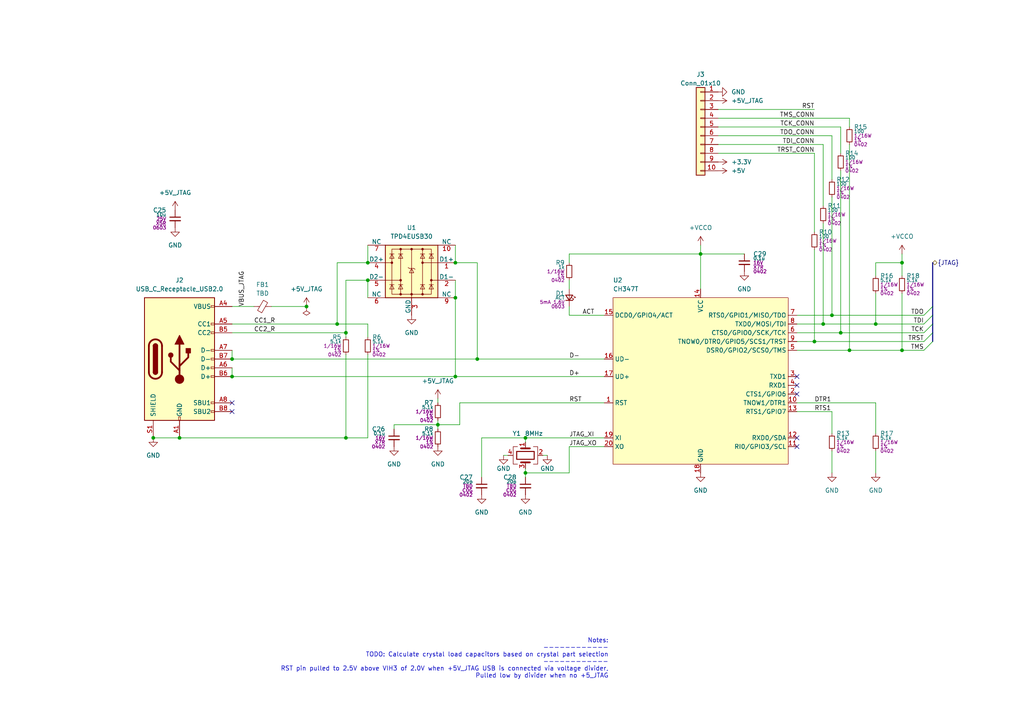
<source format=kicad_sch>
(kicad_sch (version 20230121) (generator eeschema)
  (paper "A4")
  (title_block (title "PCIeDMA") (date "2023-02-14") (rev "1"))
  (lib_symbols
    (symbol "Connector:USB_C_Receptacle_USB2.0" (pin_names (offset 1.016))
      (property "Reference" "J" (at -10.16 19.05 0))
      (property "Value" "USB_C_Receptacle_USB2.0" (at 19.05 19.05 0))
      (symbol "USB_C_Receptacle_USB2.0_0_0"
        (rectangle (start -0.254 -17.78) (end 0.254 -16.764))
        (rectangle (start 10.16 -14.986) (end 9.144 -15.494))
        (rectangle (start 10.16 -12.446) (end 9.144 -12.954))
        (rectangle (start 10.16 -4.826) (end 9.144 -5.334))
        (rectangle (start 10.16 -2.286) (end 9.144 -2.794))
        (rectangle (start 10.16 0.254) (end 9.144 -0.254))
        (rectangle (start 10.16 2.794) (end 9.144 2.286))
        (rectangle (start 10.16 7.874) (end 9.144 7.366))
        (rectangle (start 10.16 10.414) (end 9.144 9.906))
        (rectangle (start 10.16 15.494) (end 9.144 14.986))
      )
      (symbol "USB_C_Receptacle_USB2.0_0_1"
        (rectangle (start -10.16 17.78) (end 10.16 -17.78) (stroke (width 0.254)) (fill (type background)))
        (arc (start -8.89 -3.81) (mid -6.985 -5.7067) (end -5.08 -3.81) (stroke (width 0.508)))
        (arc (start -7.62 -3.81) (mid -6.985 -4.4423) (end -6.35 -3.81) (stroke (width 0.254)))
        (arc (start -7.62 -3.81) (mid -6.985 -4.4423) (end -6.35 -3.81) (stroke (width 0.254)) (fill (type outline)))
        (rectangle (start -7.62 -3.81) (end -6.35 3.81) (stroke (width 0.254)) (fill (type outline)))
        (arc (start -6.35 3.81) (mid -6.985 4.4423) (end -7.62 3.81) (stroke (width 0.254)))
        (arc (start -6.35 3.81) (mid -6.985 4.4423) (end -7.62 3.81) (stroke (width 0.254)) (fill (type outline)))
        (arc (start -5.08 3.81) (mid -6.985 5.7067) (end -8.89 3.81) (stroke (width 0.508)))
        (circle (center -2.54 1.143) (radius 0.635) (stroke (width 0.254)) (fill (type outline)))
        (circle (center 0 -5.842) (radius 1.27) (fill (type outline)))
        (polyline (pts (xy -8.89 -3.81) (xy -8.89 3.81)) (stroke (width 0.508)))
        (polyline (pts (xy -5.08 3.81) (xy -5.08 -3.81)) (stroke (width 0.508)))
        (polyline (pts (xy 0 -5.842) (xy 0 4.318)) (stroke (width 0.508)))
        (polyline (pts (xy 0 -3.302) (xy -2.54 -0.762) (xy -2.54 0.508)) (stroke (width 0.508)))
        (polyline (pts (xy 0 -2.032) (xy 2.54 0.508) (xy 2.54 1.778)) (stroke (width 0.508)))
        (polyline (pts (xy -1.27 4.318) (xy 0 6.858) (xy 1.27 4.318) (xy -1.27 4.318)) (stroke (width 0.254)) (fill (type outline)))
        (rectangle (start 1.905 1.778) (end 3.175 3.048) (stroke (width 0.254)) (fill (type outline)))
      )
      (symbol "USB_C_Receptacle_USB2.0_1_1"
        (pin passive line (at 0 -22.86 90) (length 5.08) (name "GND") (number "A1"))
        (pin passive line (at 0 -22.86 90) (length 5.08) hide (name "GND") (number "A12"))
        (pin passive line (at 15.24 15.24 180) (length 5.08) (name "VBUS") (number "A4"))
        (pin bidirectional line (at 15.24 10.16 180) (length 5.08) (name "CC1") (number "A5"))
        (pin bidirectional line (at 15.24 -2.54 180) (length 5.08) (name "D+") (number "A6"))
        (pin bidirectional line (at 15.24 2.54 180) (length 5.08) (name "D-") (number "A7"))
        (pin bidirectional line (at 15.24 -12.7 180) (length 5.08) (name "SBU1") (number "A8"))
        (pin passive line (at 15.24 15.24 180) (length 5.08) hide (name "VBUS") (number "A9"))
        (pin passive line (at 0 -22.86 90) (length 5.08) hide (name "GND") (number "B1"))
        (pin passive line (at 0 -22.86 90) (length 5.08) hide (name "GND") (number "B12"))
        (pin passive line (at 15.24 15.24 180) (length 5.08) hide (name "VBUS") (number "B4"))
        (pin bidirectional line (at 15.24 7.62 180) (length 5.08) (name "CC2") (number "B5"))
        (pin bidirectional line (at 15.24 -5.08 180) (length 5.08) (name "D+") (number "B6"))
        (pin bidirectional line (at 15.24 0 180) (length 5.08) (name "D-") (number "B7"))
        (pin bidirectional line (at 15.24 -15.24 180) (length 5.08) (name "SBU2") (number "B8"))
        (pin passive line (at 15.24 15.24 180) (length 5.08) hide (name "VBUS") (number "B9"))
        (pin passive line (at -7.62 -22.86 90) (length 5.08) (name "SHIELD") (number "S1"))
      )
    )
    (symbol "Connector_Generic:Conn_01x10" (pin_names (offset 1.016) hide)
      (property "Reference" "J" (at 0 12.7 0))
      (property "Value" "Conn_01x10" (at 0 -15.24 0))
      (symbol "Conn_01x10_1_1"
        (rectangle (start -1.27 -12.573) (end 0 -12.827) (stroke (width 0.1524)))
        (rectangle (start -1.27 -10.033) (end 0 -10.287) (stroke (width 0.1524)))
        (rectangle (start -1.27 -7.493) (end 0 -7.747) (stroke (width 0.1524)))
        (rectangle (start -1.27 -4.953) (end 0 -5.207) (stroke (width 0.1524)))
        (rectangle (start -1.27 -2.413) (end 0 -2.667) (stroke (width 0.1524)))
        (rectangle (start -1.27 0.127) (end 0 -0.127) (stroke (width 0.1524)))
        (rectangle (start -1.27 2.667) (end 0 2.413) (stroke (width 0.1524)))
        (rectangle (start -1.27 5.207) (end 0 4.953) (stroke (width 0.1524)))
        (rectangle (start -1.27 7.747) (end 0 7.493) (stroke (width 0.1524)))
        (rectangle (start -1.27 10.287) (end 0 10.033) (stroke (width 0.1524)))
        (rectangle (start -1.27 11.43) (end 1.27 -13.97) (stroke (width 0.254)) (fill (type background)))
        (pin passive line (at -5.08 10.16 0) (length 3.81) (name "Pin_1") (number "1"))
        (pin passive line (at -5.08 -12.7 0) (length 3.81) (name "Pin_10") (number "10"))
        (pin passive line (at -5.08 7.62 0) (length 3.81) (name "Pin_2") (number "2"))
        (pin passive line (at -5.08 5.08 0) (length 3.81) (name "Pin_3") (number "3"))
        (pin passive line (at -5.08 2.54 0) (length 3.81) (name "Pin_4") (number "4"))
        (pin passive line (at -5.08 0 0) (length 3.81) (name "Pin_5") (number "5"))
        (pin passive line (at -5.08 -2.54 0) (length 3.81) (name "Pin_6") (number "6"))
        (pin passive line (at -5.08 -5.08 0) (length 3.81) (name "Pin_7") (number "7"))
        (pin passive line (at -5.08 -7.62 0) (length 3.81) (name "Pin_8") (number "8"))
        (pin passive line (at -5.08 -10.16 0) (length 3.81) (name "Pin_9") (number "9"))
      )
    )
    (symbol "Device:C_Small" (pin_numbers hide) (pin_names (offset 0.254) hide)
      (property "Reference" "C" (at 0.254 1.778 0))
      (property "Value" "C_Small" (at 0.254 -2.032 0))
      (symbol "C_Small_0_1"
        (polyline (pts (xy -1.524 -0.508) (xy 1.524 -0.508)) (stroke (width 0.3302)))
        (polyline (pts (xy -1.524 0.508) (xy 1.524 0.508)) (stroke (width 0.3048)))
      )
      (symbol "C_Small_1_1"
        (pin passive line (at 0 2.54 270) (length 2.032) (name "~") (number "1"))
        (pin passive line (at 0 -2.54 90) (length 2.032) (name "~") (number "2"))
      )
    )
    (symbol "Device:Crystal_GND24" (pin_names (offset 1.016) hide)
      (property "Reference" "Y" (at 3.175 5.08 0))
      (property "Value" "Crystal_GND24" (at 3.175 3.175 0))
      (symbol "Crystal_GND24_0_1"
        (rectangle (start -1.143 2.54) (end 1.143 -2.54) (stroke (width 0.3048)))
        (polyline (pts (xy -2.54 0) (xy -2.032 0)))
        (polyline (pts (xy -2.032 -1.27) (xy -2.032 1.27)) (stroke (width 0.508)))
        (polyline (pts (xy 0 -3.81) (xy 0 -3.556)))
        (polyline (pts (xy 0 3.556) (xy 0 3.81)))
        (polyline (pts (xy 2.032 -1.27) (xy 2.032 1.27)) (stroke (width 0.508)))
        (polyline (pts (xy 2.032 0) (xy 2.54 0)))
        (polyline (pts (xy -2.54 -2.286) (xy -2.54 -3.556) (xy 2.54 -3.556) (xy 2.54 -2.286)))
        (polyline (pts (xy -2.54 2.286) (xy -2.54 3.556) (xy 2.54 3.556) (xy 2.54 2.286)))
      )
      (symbol "Crystal_GND24_1_1"
        (pin passive line (at -3.81 0 0) (length 1.27) (name "1") (number "1"))
        (pin passive line (at 0 5.08 270) (length 1.27) (name "2") (number "2"))
        (pin passive line (at 3.81 0 180) (length 1.27) (name "3") (number "3"))
        (pin passive line (at 0 -5.08 90) (length 1.27) (name "4") (number "4"))
      )
    )
    (symbol "Device:FerriteBead_Small" (pin_numbers hide) (pin_names (offset 0))
      (property "Reference" "FB" (at 1.905 1.27 0))
      (property "Value" "FerriteBead_Small" (at 1.905 -1.27 0))
      (symbol "FerriteBead_Small_0_1"
        (polyline (pts (xy 0 -1.27) (xy 0 -0.7874)))
        (polyline (pts (xy 0 0.889) (xy 0 1.2954)))
        (polyline (pts (xy -1.8288 0.2794) (xy -1.1176 1.4986) (xy 1.8288 -0.2032) (xy 1.1176 -1.4224) (xy -1.8288 0.2794)))
      )
      (symbol "FerriteBead_Small_1_1"
        (pin passive line (at 0 2.54 270) (length 1.27) (name "~") (number "1"))
        (pin passive line (at 0 -2.54 90) (length 1.27) (name "~") (number "2"))
      )
    )
    (symbol "Device:LED_Small" (pin_numbers hide) (pin_names (offset 0.254) hide)
      (property "Reference" "D" (at -1.27 3.175 0))
      (property "Value" "LED_Small" (at -4.445 -2.54 0))
      (symbol "LED_Small_0_1"
        (polyline (pts (xy -0.762 -1.016) (xy -0.762 1.016)) (stroke (width 0.254)))
        (polyline (pts (xy 1.016 0) (xy -0.762 0)))
        (polyline (pts (xy 0.762 -1.016) (xy -0.762 0) (xy 0.762 1.016) (xy 0.762 -1.016)) (stroke (width 0.254)))
        (polyline (pts (xy 0 0.762) (xy -0.508 1.27) (xy -0.254 1.27) (xy -0.508 1.27) (xy -0.508 1.016)))
        (polyline (pts (xy 0.508 1.27) (xy 0 1.778) (xy 0.254 1.778) (xy 0 1.778) (xy 0 1.524)))
      )
      (symbol "LED_Small_1_1"
        (pin passive line (at -2.54 0 0) (length 1.778) (name "K") (number "1"))
        (pin passive line (at 2.54 0 180) (length 1.778) (name "A") (number "2"))
      )
    )
    (symbol "Device:R_Small" (pin_numbers hide) (pin_names (offset 0.254) hide)
      (property "Reference" "R" (at 0.762 0.508 0))
      (property "Value" "R_Small" (at 0.762 -1.016 0))
      (symbol "R_Small_0_1"
        (rectangle (start -0.762 1.778) (end 0.762 -1.778) (stroke (width 0.2032)))
      )
      (symbol "R_Small_1_1"
        (pin passive line (at 0 2.54 270) (length 0.762) (name "~") (number "1"))
        (pin passive line (at 0 -2.54 90) (length 0.762) (name "~") (number "2"))
      )
    )
    (symbol "PCIeDMA:+5V_JTAG" (power) (pin_names (offset 0))
      (property "Value" "+5V_JTAG" (at 0 3.556 0))
      (symbol "+5V_JTAG_0_1"
        (polyline (pts (xy -0.762 1.27) (xy 0 2.54)))
        (polyline (pts (xy 0 0) (xy 0 2.54)))
        (polyline (pts (xy 0 2.54) (xy 0.762 1.27)))
      )
      (symbol "+5V_JTAG_1_1"
        (pin power_in line (at 0 0 90) (length 0) hide (name "+5V_JTAG") (number "1"))
      )
    )
    (symbol "PCIeDMA:+VCCO" (power) (pin_names (offset 0))
      (property "Value" "+VCCO" (at 0 3.556 0))
      (symbol "+VCCO_0_1"
        (polyline (pts (xy -0.762 1.27) (xy 0 2.54)))
        (polyline (pts (xy 0 0) (xy 0 2.54)))
        (polyline (pts (xy 0 2.54) (xy 0.762 1.27)))
      )
      (symbol "+VCCO_1_1"
        (pin power_in line (at 0 0 90) (length 0) hide (name "+VCCO") (number "1"))
      )
    )
    (symbol "PCIeDMA:CH347T"
      (property "Reference" "U" (at 0 2.54 0))
      (property "Value" "CH347T" (at 0 5.08 0))
      (symbol "CH347T_0_1"
        (rectangle (start 0 0) (end 50.8 -48.26) (fill (type background)))
      )
      (symbol "CH347T_1_1"
        (pin input line (at -2.54 -30.48 0) (length 2.54) (name "RST") (number "1"))
        (pin bidirectional line (at 53.34 -30.48 180) (length 2.54) (name "TNOW1/DTR1") (number "10"))
        (pin bidirectional line (at 53.34 -43.18 180) (length 2.54) (name "RI0/GPIO3/SCL") (number "11"))
        (pin bidirectional line (at 53.34 -40.64 180) (length 2.54) (name "RXD0/SDA") (number "12"))
        (pin bidirectional line (at 53.34 -33.02 180) (length 2.54) (name "RTS1/GPIO7") (number "13"))
        (pin power_in line (at 25.4 2.54 270) (length 2.54) (name "VCC") (number "14"))
        (pin bidirectional line (at -2.54 -5.08 0) (length 2.54) (name "DCD0/GPIO4/ACT") (number "15"))
        (pin bidirectional line (at -2.54 -17.78 0) (length 2.54) (name "UD-") (number "16"))
        (pin bidirectional line (at -2.54 -22.86 0) (length 2.54) (name "UD+") (number "17"))
        (pin power_in line (at 25.4 -50.8 90) (length 2.54) (name "GND") (number "18"))
        (pin input line (at -2.54 -40.64 0) (length 2.54) (name "XI") (number "19"))
        (pin bidirectional line (at 53.34 -27.94 180) (length 2.54) (name "CTS1/GPIO6") (number "2"))
        (pin output line (at -2.54 -43.18 0) (length 2.54) (name "XO") (number "20"))
        (pin output line (at 53.34 -22.86 180) (length 2.54) (name "TXD1") (number "3"))
        (pin input line (at 53.34 -25.4 180) (length 2.54) (name "RXD1") (number "4"))
        (pin bidirectional line (at 53.34 -15.24 180) (length 2.54) (name "DSR0/GPIO2/SCS0/TMS") (number "5"))
        (pin bidirectional line (at 53.34 -10.16 180) (length 2.54) (name "CTS0/GPIO0/SCK/TCK") (number "6"))
        (pin bidirectional line (at 53.34 -5.08 180) (length 2.54) (name "RTS0/GPIO1/MISO/TDO") (number "7"))
        (pin bidirectional line (at 53.34 -7.62 180) (length 2.54) (name "TXD0/MOSI/TDI") (number "8"))
        (pin bidirectional line (at 53.34 -12.7 180) (length 2.54) (name "TNOW0/DTR0/GPIO5/SCS1/TRST") (number "9"))
      )
    )
    (symbol "Power_Protection:TPD4EUSB30" (pin_names (offset 0))
      (property "Reference" "U" (at -0.635 8.89 0))
      (property "Value" "TPD4EUSB30" (at 8.89 -10.16 0))
      (symbol "TPD4EUSB30_0_0"
        (rectangle (start -5.715 6.477) (end 5.715 -6.604))
        (polyline (pts (xy -3.175 -6.604) (xy -3.175 6.477)))
        (polyline (pts (xy 0 6.477) (xy 0 -6.604)))
        (polyline (pts (xy 3.175 6.477) (xy 3.175 -6.604)))
      )
      (symbol "TPD4EUSB30_0_1"
        (rectangle (start -7.62 7.62) (end 7.62 -7.62) (stroke (width 0.254)) (fill (type background)))
        (circle (center -5.715 -2.54) (radius 0.2794) (fill (type outline)))
        (circle (center -3.175 -6.604) (radius 0.2794) (fill (type outline)))
        (circle (center -3.175 2.54) (radius 0.2794) (fill (type outline)))
        (circle (center -3.175 6.477) (radius 0.2794) (fill (type outline)))
        (circle (center 0 -6.604) (radius 0.2794) (fill (type outline)))
        (polyline (pts (xy -7.747 2.54) (xy -3.175 2.54)))
        (polyline (pts (xy -7.62 -2.54) (xy -5.715 -2.54)))
        (polyline (pts (xy -5.08 -3.81) (xy -6.35 -3.81)))
        (polyline (pts (xy -5.08 5.08) (xy -6.35 5.08)))
        (polyline (pts (xy -2.54 -3.81) (xy -3.81 -3.81)))
        (polyline (pts (xy -2.54 5.08) (xy -3.81 5.08)))
        (polyline (pts (xy -0.635 0.889) (xy -1.016 0.635)))
        (polyline (pts (xy 0 -6.604) (xy 0 -7.62)))
        (polyline (pts (xy 0.635 0.889) (xy -0.635 0.889)))
        (polyline (pts (xy 0.635 0.889) (xy 1.016 1.143)))
        (polyline (pts (xy 3.81 -3.81) (xy 2.54 -3.81)))
        (polyline (pts (xy 3.81 5.08) (xy 2.54 5.08)))
        (polyline (pts (xy 6.35 -3.81) (xy 5.08 -3.81)))
        (polyline (pts (xy 6.35 5.08) (xy 5.08 5.08)))
        (polyline (pts (xy 7.62 -2.54) (xy 3.175 -2.54)))
        (polyline (pts (xy 7.62 2.54) (xy 5.715 2.54)))
        (polyline (pts (xy -5.08 -5.08) (xy -6.35 -5.08) (xy -5.715 -3.81) (xy -5.08 -5.08)))
        (polyline (pts (xy -5.08 3.81) (xy -6.35 3.81) (xy -5.715 5.08) (xy -5.08 3.81)))
        (polyline (pts (xy -2.54 -5.08) (xy -3.81 -5.08) (xy -3.175 -3.81) (xy -2.54 -5.08)))
        (polyline (pts (xy -2.54 3.81) (xy -3.81 3.81) (xy -3.175 5.08) (xy -2.54 3.81)))
        (polyline (pts (xy 0.635 -0.381) (xy -0.635 -0.381) (xy 0 0.889) (xy 0.635 -0.381)))
        (polyline (pts (xy 3.81 -5.08) (xy 2.54 -5.08) (xy 3.175 -3.81) (xy 3.81 -5.08)))
        (polyline (pts (xy 3.81 3.81) (xy 2.54 3.81) (xy 3.175 5.08) (xy 3.81 3.81)))
        (polyline (pts (xy 6.35 -5.08) (xy 5.08 -5.08) (xy 5.715 -3.81) (xy 6.35 -5.08)))
        (polyline (pts (xy 6.35 3.81) (xy 5.08 3.81) (xy 5.715 5.08) (xy 6.35 3.81)))
        (circle (center 0 6.477) (radius 0.2794) (fill (type outline)))
        (circle (center 3.175 -6.604) (radius 0.2794) (fill (type outline)))
        (circle (center 3.175 -2.54) (radius 0.2794) (fill (type outline)))
        (circle (center 3.175 6.477) (radius 0.2794) (fill (type outline)))
        (circle (center 5.715 2.54) (radius 0.2794) (fill (type outline)))
      )
      (symbol "TPD4EUSB30_1_1"
        (pin passive line (at -12.7 2.54 0) (length 5.08) (name "D1+") (number "1"))
        (pin free line (at -12.7 7.62 0) (length 5.08) (name "NC") (number "10"))
        (pin passive line (at -12.7 -2.54 0) (length 5.08) (name "D1-") (number "2"))
        (pin power_in line (at 0 -12.7 90) (length 5.08) (name "GND") (number "3"))
        (pin passive line (at 12.7 2.54 180) (length 5.08) (name "D2+") (number "4"))
        (pin passive line (at 12.7 -2.54 180) (length 5.08) (name "D2-") (number "5"))
        (pin free line (at 12.7 -7.62 180) (length 5.08) (name "NC") (number "6"))
        (pin free line (at 12.7 7.62 180) (length 5.08) (name "NC") (number "7"))
        (pin passive line (at 0 -12.7 90) (length 5.08) hide (name "GND") (number "8"))
        (pin free line (at -12.7 -7.62 0) (length 5.08) (name "NC") (number "9"))
      )
    )
    (symbol "power:+3.3V" (power) (pin_names (offset 0))
      (property "Value" "+3.3V" (at 0 3.556 0))
      (symbol "+3.3V_0_1"
        (polyline (pts (xy -0.762 1.27) (xy 0 2.54)))
        (polyline (pts (xy 0 0) (xy 0 2.54)))
        (polyline (pts (xy 0 2.54) (xy 0.762 1.27)))
      )
      (symbol "+3.3V_1_1"
        (pin power_in line (at 0 0 90) (length 0) hide (name "+3.3V") (number "1"))
      )
    )
    (symbol "power:+5V" (power) (pin_names (offset 0))
      (property "Value" "+5V" (at 0 3.556 0))
      (symbol "+5V_0_1"
        (polyline (pts (xy -0.762 1.27) (xy 0 2.54)))
        (polyline (pts (xy 0 0) (xy 0 2.54)))
        (polyline (pts (xy 0 2.54) (xy 0.762 1.27)))
      )
      (symbol "+5V_1_1"
        (pin power_in line (at 0 0 90) (length 0) hide (name "+5V") (number "1"))
      )
    )
    (symbol "power:GND" (power) (pin_names (offset 0))
      (property "Value" "GND" (at 0 -3.81 0))
      (symbol "GND_0_1"
        (polyline (pts (xy 0 0) (xy 0 -1.27) (xy 1.27 -1.27) (xy 0 -2.54) (xy -1.27 -1.27) (xy 0 -1.27)))
      )
      (symbol "GND_1_1"
        (pin power_in line (at 0 0 270) (length 0) hide (name "GND") (number "1"))
      )
    )
    (symbol "power:PWR_FLAG" (power) (pin_numbers hide) (pin_names (offset 0) hide)
      (property "Value" "PWR_FLAG" (at 0 3.81 0))
      (symbol "PWR_FLAG_0_0"
        (pin power_out line (at 0 0 90) (length 0) (name "pwr") (number "1"))
      )
      (symbol "PWR_FLAG_0_1"
        (polyline (pts (xy 0 0) (xy 0 1.27) (xy -1.016 1.905) (xy 0 2.54) (xy 1.016 1.905) (xy 0 1.27)))
      )
    )
  )
  (junction (at 52.07 127))
  (junction (at 67.31 104.14))
  (junction (at 261.62 76.2))
  (junction (at 100.33 127))
  (junction (at 238.76 93.98))
  (junction (at 203.2 73.66))
  (junction (at 261.62 101.6))
  (junction (at 88.9 88.9))
  (junction (at 241.3 91.44))
  (junction (at 106.68 76.2))
  (junction (at 254 93.98))
  (junction (at 243.84 96.52))
  (junction (at 97.79 93.98))
  (junction (at 132.08 86.36))
  (junction (at 132.08 109.22))
  (junction (at 138.43 104.14))
  (junction (at 67.31 109.22))
  (junction (at 44.45 127))
  (junction (at 246.38 101.6))
  (junction (at 106.68 81.28))
  (junction (at 100.33 96.52))
  (junction (at 127 123.19))
  (junction (at 236.22 99.06))
  (junction (at 152.4 127))
  (junction (at 132.08 76.2))
  (junction (at 152.4 137.16))
  (no_connect (at 231.14 114.3))
  (no_connect (at 231.14 129.54))
  (no_connect (at 231.14 127))
  (no_connect (at 231.14 111.76))
  (no_connect (at 67.31 119.38))
  (no_connect (at 67.31 116.84))
  (no_connect (at 231.14 109.22))
  (bus_entry (at 267.97 93.98) (size 2.54 -2.54))
  (bus_entry (at 267.97 96.52) (size 2.54 -2.54))
  (bus_entry (at 267.97 99.06) (size 2.54 -2.54))
  (bus_entry (at 267.97 91.44) (size 2.54 -2.54))
  (bus_entry (at 267.97 101.6) (size 2.54 -2.54))
  (wire (pts (xy 44.45 127) (xy 52.07 127)))
  (wire (pts (xy 236.22 99.06) (xy 267.97 99.06)))
  (wire (pts (xy 208.28 39.37) (xy 241.3 39.37)))
  (wire (pts (xy 246.38 41.91) (xy 246.38 101.6)))
  (wire (pts (xy 231.14 119.38) (xy 241.3 119.38)))
  (wire (pts (xy 133.35 116.84) (xy 175.26 116.84)))
  (wire (pts (xy 254 76.2) (xy 254 80.01)))
  (wire (pts (xy 165.1 137.16) (xy 152.4 137.16)))
  (bus (pts (xy 270.51 88.9) (xy 270.51 91.44)))
  (wire (pts (xy 97.79 76.2) (xy 97.79 93.98)))
  (wire (pts (xy 132.08 71.12) (xy 132.08 76.2)))
  (wire (pts (xy 139.7 127) (xy 139.7 138.43)))
  (wire (pts (xy 100.33 127) (xy 106.68 127)))
  (bus (pts (xy 270.51 76.2) (xy 270.51 88.9)))
  (wire (pts (xy 241.3 57.15) (xy 241.3 91.44)))
  (wire (pts (xy 67.31 96.52) (xy 100.33 96.52)))
  (wire (pts (xy 203.2 73.66) (xy 215.9 73.66)))
  (wire (pts (xy 97.79 93.98) (xy 106.68 93.98)))
  (wire (pts (xy 238.76 93.98) (xy 254 93.98)))
  (wire (pts (xy 67.31 93.98) (xy 97.79 93.98)))
  (wire (pts (xy 231.14 99.06) (xy 236.22 99.06)))
  (wire (pts (xy 238.76 41.91) (xy 208.28 41.91)))
  (wire (pts (xy 100.33 81.28) (xy 100.33 96.52)))
  (wire (pts (xy 243.84 49.53) (xy 243.84 96.52)))
  (wire (pts (xy 238.76 64.77) (xy 238.76 93.98)))
  (wire (pts (xy 231.14 116.84) (xy 254 116.84)))
  (wire (pts (xy 246.38 34.29) (xy 246.38 36.83)))
  (wire (pts (xy 208.28 36.83) (xy 243.84 36.83)))
  (wire (pts (xy 133.35 116.84) (xy 133.35 123.19)))
  (wire (pts (xy 246.38 101.6) (xy 261.62 101.6)))
  (wire (pts (xy 106.68 102.87) (xy 106.68 127)))
  (wire (pts (xy 241.3 130.81) (xy 241.3 137.16)))
  (wire (pts (xy 132.08 109.22) (xy 175.26 109.22)))
  (wire (pts (xy 100.33 102.87) (xy 100.33 127)))
  (wire (pts (xy 261.62 76.2) (xy 261.62 80.01)))
  (bus (pts (xy 270.51 93.98) (xy 270.51 96.52)))
  (wire (pts (xy 203.2 73.66) (xy 203.2 83.82)))
  (wire (pts (xy 203.2 71.12) (xy 203.2 73.66)))
  (wire (pts (xy 67.31 88.9) (xy 73.66 88.9)))
  (wire (pts (xy 231.14 93.98) (xy 238.76 93.98)))
  (wire (pts (xy 67.31 104.14) (xy 138.43 104.14)))
  (wire (pts (xy 254 130.81) (xy 254 137.16)))
  (wire (pts (xy 152.4 127) (xy 139.7 127)))
  (wire (pts (xy 52.07 127) (xy 100.33 127)))
  (wire (pts (xy 241.3 119.38) (xy 241.3 125.73)))
  (wire (pts (xy 261.62 85.09) (xy 261.62 101.6)))
  (wire (pts (xy 243.84 96.52) (xy 267.97 96.52)))
  (wire (pts (xy 67.31 106.68) (xy 67.31 109.22)))
  (wire (pts (xy 97.79 76.2) (xy 106.68 76.2)))
  (wire (pts (xy 100.33 96.52) (xy 100.33 97.79)))
  (wire (pts (xy 238.76 59.69) (xy 238.76 41.91)))
  (wire (pts (xy 231.14 96.52) (xy 243.84 96.52)))
  (wire (pts (xy 152.4 127) (xy 152.4 128.27)))
  (wire (pts (xy 138.43 76.2) (xy 138.43 104.14)))
  (wire (pts (xy 132.08 86.36) (xy 132.08 109.22)))
  (wire (pts (xy 67.31 109.22) (xy 132.08 109.22)))
  (wire (pts (xy 165.1 73.66) (xy 165.1 76.2)))
  (wire (pts (xy 261.62 73.66) (xy 261.62 76.2)))
  (wire (pts (xy 127 121.92) (xy 127 123.19)))
  (wire (pts (xy 157.48 132.08) (xy 158.75 132.08)))
  (wire (pts (xy 236.22 67.31) (xy 236.22 44.45)))
  (wire (pts (xy 67.31 101.6) (xy 67.31 104.14)))
  (wire (pts (xy 114.3 123.19) (xy 127 123.19)))
  (wire (pts (xy 236.22 72.39) (xy 236.22 99.06)))
  (wire (pts (xy 261.62 76.2) (xy 254 76.2)))
  (wire (pts (xy 241.3 91.44) (xy 267.97 91.44)))
  (wire (pts (xy 165.1 73.66) (xy 203.2 73.66)))
  (wire (pts (xy 254 85.09) (xy 254 93.98)))
  (wire (pts (xy 246.38 34.29) (xy 208.28 34.29)))
  (bus (pts (xy 270.51 91.44) (xy 270.51 93.98)))
  (wire (pts (xy 243.84 36.83) (xy 243.84 44.45)))
  (wire (pts (xy 165.1 81.28) (xy 165.1 83.82)))
  (wire (pts (xy 132.08 81.28) (xy 132.08 86.36)))
  (wire (pts (xy 231.14 91.44) (xy 241.3 91.44)))
  (wire (pts (xy 78.74 88.9) (xy 88.9 88.9)))
  (wire (pts (xy 138.43 76.2) (xy 132.08 76.2)))
  (wire (pts (xy 152.4 138.43) (xy 152.4 137.16)))
  (wire (pts (xy 175.26 129.54) (xy 165.1 129.54)))
  (wire (pts (xy 231.14 101.6) (xy 246.38 101.6)))
  (wire (pts (xy 175.26 127) (xy 152.4 127)))
  (wire (pts (xy 106.68 81.28) (xy 100.33 81.28)))
  (wire (pts (xy 138.43 104.14) (xy 175.26 104.14)))
  (wire (pts (xy 236.22 44.45) (xy 208.28 44.45)))
  (wire (pts (xy 254 116.84) (xy 254 125.73)))
  (wire (pts (xy 114.3 124.46) (xy 114.3 123.19)))
  (wire (pts (xy 127 123.19) (xy 127 124.46)))
  (wire (pts (xy 254 93.98) (xy 267.97 93.98)))
  (wire (pts (xy 241.3 39.37) (xy 241.3 52.07)))
  (wire (pts (xy 165.1 129.54) (xy 165.1 137.16)))
  (wire (pts (xy 106.68 71.12) (xy 106.68 76.2)))
  (wire (pts (xy 165.1 91.44) (xy 175.26 91.44)))
  (bus (pts (xy 270.51 96.52) (xy 270.51 99.06)))
  (wire (pts (xy 147.32 132.08) (xy 146.05 132.08)))
  (wire (pts (xy 106.68 93.98) (xy 106.68 97.79)))
  (wire (pts (xy 152.4 137.16) (xy 152.4 135.89)))
  (wire (pts (xy 106.68 81.28) (xy 106.68 86.36)))
  (wire (pts (xy 165.1 88.9) (xy 165.1 91.44)))
  (wire (pts (xy 127 116.84) (xy 127 115.57)))
  (wire (pts (xy 208.28 31.75) (xy 236.22 31.75)))
  (wire (pts (xy 133.35 123.19) (xy 127 123.19)))
  (wire (pts (xy 261.62 101.6) (xy 267.97 101.6)))
  (text "Notes:\n------------\nTODO: Calculate crystal load capacitors based on crystal part selection\n------------\nRST pin pulled to 2.5V above VIH3 of 2.0V when +5V_JTAG USB is connected via voltage divider,\nPulled low by divider when no +5_JTAG" (at 176.53 196.85 0) (effects (font (size 1.27 1.27)) (justify right bottom)))
  (label "CC2_R" (at 73.66 96.52 0))
  (label "TRST" (at 267.9654 99.06 180))
  (label "TDI_CONN" (at 236.22 41.91 180))
  (label "DTR1" (at 236.22 116.84 0))
  (label "RST" (at 236.22 31.75 180))
  (label "RST" (at 165.1 116.84 0))
  (label "TDI" (at 267.97 93.98 180))
  (label "D-" (at 165.1 104.14 0))
  (label "TCK_CONN" (at 236.22 36.83 180))
  (label "D+" (at 165.1 109.22 0))
  (label "RTS1" (at 236.22 119.38 0))
  (label "TDO_CONN" (at 236.22 39.37 180))
  (label "ACT" (at 168.91 91.44 0))
  (label "TCK" (at 267.97 96.52 180))
  (label "VBUS_JTAG" (at 71.12 88.9 90))
  (label "JTAG_XO" (at 165.1 129.54 0))
  (label "TRST_CONN" (at 236.22 44.45 180))
  (label "TMS_CONN" (at 236.22 34.29 180))
  (label "TMS" (at 267.97 101.6 180))
  (label "CC1_R" (at 73.66 93.98 0))
  (label "TDO" (at 267.97 91.44 180))
  (label "JTAG_XI" (at 165.1 127 0))
  (hierarchical_label "{JTAG}" (shape bidirectional) (at 270.51 76.2 0))
  (symbol (lib_id "PCIeDMA:+VCCO") (at 203.2 71.12 0) (unit 1)
    (property "Reference" "#PWR022" (effects hide))
    (property "Value" "+VCCO" (at 203.2 66.04 0))
  )
  (symbol (lib_id "Device:R_Small") (at 236.22 69.85 0) (unit 1)
    (property "Reference" "R10" (at 237.49 67.31 0) (effects (justify left)))
    (property "Value" "100" (at 237.49 68.58 0) (effects (font (size 1 1)) (justify left)))
    (property "Footprint" "Resistor_SMD:R_0402_1005Metric" (effects hide))
    (property "Rating" "1/16W" (at 237.49 69.85 0) (effects (font (size 1 1)) (justify left)))
    (property "Tolerance" "1%" (at 237.49 71.12 0) (effects (font (size 1 1)) (justify left)))
    (property "Size" "0402" (at 237.49 72.39 0) (effects (font (size 1 1)) (justify left)))
  )
  (symbol (lib_id "Device:R_Small") (at 246.38 39.37 0) (unit 1)
    (property "Reference" "R15" (at 247.65 36.83 0) (effects (justify left)))
    (property "Value" "100" (at 247.65 38.1 0) (effects (font (size 1 1)) (justify left)))
    (property "Footprint" "Resistor_SMD:R_0402_1005Metric" (effects hide))
    (property "Rating" "1/16W" (at 247.65 39.37 0) (effects (font (size 1 1)) (justify left)))
    (property "Tolerance" "1%" (at 247.65 40.64 0) (effects (font (size 1 1)) (justify left)))
    (property "Size" "0402" (at 247.65 41.91 0) (effects (font (size 1 1)) (justify left)))
  )
  (symbol (lib_id "Device:R_Small") (at 127 127 0) (mirror y) (unit 1)
    (property "Reference" "R8" (at 125.73 124.46 0) (effects (justify left)))
    (property "Value" "5.1k" (at 125.73 125.73 0) (effects (font (size 1 1)) (justify left)))
    (property "Footprint" "Resistor_SMD:R_0402_1005Metric" (effects hide))
    (property "Rating" "1/16W" (at 125.73 127 0) (effects (font (size 1 1)) (justify left)))
    (property "Tolerance" "1%" (at 125.73 128.27 0) (effects (font (size 1 1)) (justify left)))
    (property "Size" "0402" (at 125.73 129.54 0) (effects (font (size 1 1)) (justify left)))
  )
  (symbol (lib_id "PCIeDMA:+5V_JTAG") (at 88.9 88.9 0) (unit 1)
    (property "Reference" "#PWR013" (effects hide))
    (property "Value" "+5V_JTAG" (at 88.9 83.82 0))
  )
  (symbol (lib_id "Power_Protection:TPD4EUSB30") (at 119.38 78.74 0) (mirror y) (unit 1)
    (property "Reference" "U1" (at 119.38 66.04 0))
    (property "Value" "TPD4EUSB30" (at 119.38 68.58 0))
    (property "Footprint" "Package_SON:USON-10_2.5x1.0mm_P0.5mm" (effects hide))
    (property "Datasheet" "http://www.ti.com/lit/ds/symlink/tpd2eusb30a.pdf" (effects hide))
  )
  (symbol (lib_id "Device:R_Small") (at 165.1 78.74 0) (mirror y) (unit 1)
    (property "Reference" "R9" (at 163.83 76.2 0) (effects (justify left)))
    (property "Value" "1k" (at 163.83 77.47 0) (effects (font (size 1 1)) (justify left)))
    (property "Footprint" "Resistor_SMD:R_0402_1005Metric" (effects hide))
    (property "Rating" "1/16W" (at 163.83 78.74 0) (effects (font (size 1 1)) (justify left)))
    (property "Tolerance" "1%" (at 163.83 80.01 0) (effects (font (size 1 1)) (justify left)))
    (property "Size" "0402" (at 163.83 81.28 0) (effects (font (size 1 1)) (justify left)))
  )
  (symbol (lib_id "power:GND") (at 50.8 66.04 0) (unit 1)
    (property "Reference" "#PWR012" (effects hide))
    (property "Value" "GND" (at 50.8 71.12 0))
  )
  (symbol (lib_id "power:GND") (at 146.05 132.08 0) (mirror y) (unit 1)
    (property "Reference" "#PWR019" (effects hide))
    (property "Value" "GND" (at 146.05 135.89 0))
  )
  (symbol (lib_id "PCIeDMA:CH347T") (at 177.8 86.36 0) (unit 1)
    (property "Reference" "U2" (at 177.8 81.28 0) (effects (justify left)))
    (property "Value" "CH347T" (at 177.8 83.82 0) (effects (justify left)))
    (property "Footprint" "Package_SO:TSSOP-20_4.4x6.5mm_P0.65mm" (effects hide))
  )
  (symbol (lib_id "power:GND") (at 152.4 143.51 0) (unit 1)
    (property "Reference" "#PWR020" (effects hide))
    (property "Value" "GND" (at 152.4 148.59 0))
  )
  (symbol (lib_id "PCIeDMA:+VCCO") (at 261.62 73.66 0) (unit 1)
    (property "Reference" "#PWR031" (effects hide))
    (property "Value" "+VCCO" (at 261.62 68.58 0))
  )
  (symbol (lib_id "Device:LED_Small") (at 165.1 86.36 270) (mirror x) (unit 1)
    (property "Reference" "D1" (at 163.83 85.09 90) (effects (justify right)))
    (property "Value" "ACT" (at 163.83 86.36 90) (effects (font (size 1 1)) (justify right)))
    (property "Footprint" "LED_SMD:LED_0603_1608Metric" (effects hide))
    (property "Rating" "5mA 1.6V" (at 163.83 87.63 90) (effects (font (size 1 1)) (justify right)))
    (property "Size" "0603" (at 163.83 88.9 90) (effects (font (size 1 1)) (justify right)))
  )
  (symbol (lib_id "power:GND") (at 127 129.54 0) (unit 1)
    (property "Reference" "#PWR017" (effects hide))
    (property "Value" "GND" (at 127 134.62 0))
  )
  (symbol (lib_id "Device:Crystal_GND24") (at 152.4 132.08 270) (unit 1)
    (property "Reference" "Y1" (at 151.13 125.73 90) (effects (justify right)))
    (property "Value" "8MHz" (at 157.48 125.73 90) (effects (justify right)))
    (property "Footprint" "Crystal:Crystal_SMD_3225-4Pin_3.2x2.5mm" (effects hide))
  )
  (symbol (lib_id "Device:C_Small") (at 139.7 140.97 0) (mirror y) (unit 1)
    (property "Reference" "C27" (at 137.16 138.43 0) (effects (justify left)))
    (property "Value" "20p" (at 137.16 139.7 0) (effects (font (size 1 1)) (justify left)))
    (property "Footprint" "Capacitor_SMD:C_0402_1005Metric" (effects hide))
    (property "Rating" "TBD" (at 137.16 140.97 0) (effects (font (size 1 1)) (justify left)))
    (property "Class" "C0G" (at 137.16 142.24 0) (effects (font (size 1 1)) (justify left)))
    (property "Size" "0402" (at 137.16 143.51 0) (effects (font (size 1 1)) (justify left)))
  )
  (symbol (lib_id "power:GND") (at 114.3 129.54 0) (unit 1)
    (property "Reference" "#PWR014" (effects hide))
    (property "Value" "GND" (at 114.3 134.62 0))
  )
  (symbol (lib_id "Device:R_Small") (at 100.33 100.33 0) (mirror y) (unit 1)
    (property "Reference" "R5" (at 99.06 97.79 0) (effects (justify left)))
    (property "Value" "5.1k" (at 99.06 99.06 0) (effects (font (size 1 1)) (justify left)))
    (property "Footprint" "Resistor_SMD:R_0402_1005Metric" (effects hide))
    (property "Rating" "1/16W" (at 99.06 100.33 0) (effects (font (size 1 1)) (justify left)))
    (property "Tolerance" "1%" (at 99.06 101.6 0) (effects (font (size 1 1)) (justify left)))
    (property "Size" "0402" (at 99.06 102.87 0) (effects (font (size 1 1)) (justify left)))
  )
  (symbol (lib_id "Device:C_Small") (at 152.4 140.97 0) (mirror y) (unit 1)
    (property "Reference" "C28" (at 149.86 138.43 0) (effects (justify left)))
    (property "Value" "20p" (at 149.86 139.7 0) (effects (font (size 1 1)) (justify left)))
    (property "Footprint" "Capacitor_SMD:C_0402_1005Metric" (effects hide))
    (property "Rating" "TBD" (at 149.86 140.97 0) (effects (font (size 1 1)) (justify left)))
    (property "Class" "C0G" (at 149.86 142.24 0) (effects (font (size 1 1)) (justify left)))
    (property "Size" "0402" (at 149.86 143.51 0) (effects (font (size 1 1)) (justify left)))
  )
  (symbol (lib_id "Device:R_Small") (at 241.3 128.27 0) (unit 1)
    (property "Reference" "R13" (at 242.57 125.73 0) (effects (justify left)))
    (property "Value" "5.1k" (at 242.57 127 0) (effects (font (size 1 1)) (justify left)))
    (property "Footprint" "Resistor_SMD:R_0402_1005Metric" (effects hide))
    (property "Rating" "1/16W" (at 242.57 128.27 0) (effects (font (size 1 1)) (justify left)))
    (property "Tolerance" "1%" (at 242.57 129.54 0) (effects (font (size 1 1)) (justify left)))
    (property "Size" "0402" (at 242.57 130.81 0) (effects (font (size 1 1)) (justify left)))
  )
  (symbol (lib_id "power:GND") (at 208.28 26.67 90) (mirror x) (unit 1)
    (property "Reference" "#PWR024" (effects hide))
    (property "Value" "GND" (at 212.09 26.6699 90) (effects (justify right)))
  )
  (symbol (lib_id "power:GND") (at 139.7 143.51 0) (unit 1)
    (property "Reference" "#PWR018" (effects hide))
    (property "Value" "GND" (at 139.7 148.59 0))
  )
  (symbol (lib_id "power:GND") (at 215.9 78.74 0) (mirror y) (unit 1)
    (property "Reference" "#PWR028" (effects hide))
    (property "Value" "GND" (at 215.9 83.82 0))
  )
  (symbol (lib_id "Device:FerriteBead_Small") (at 76.2 88.9 90) (unit 1)
    (property "Reference" "FB1" (at 76.1619 82.55 90))
    (property "Value" "TBD" (at 76.1619 85.09 90))
    (property "Footprint" "Inductor_SMD:L_0805_2012Metric" (effects hide))
  )
  (symbol (lib_id "Device:C_Small") (at 215.9 76.2 0) (unit 1)
    (property "Reference" "C29" (at 218.44 73.66 0) (effects (justify left)))
    (property "Value" "0.1u" (at 218.44 74.93 0) (effects (font (size 1 1)) (justify left)))
    (property "Footprint" "Capacitor_SMD:C_0402_1005Metric" (effects hide))
    (property "Rating" "16V" (at 218.44 76.2 0) (effects (font (size 1 1)) (justify left)))
    (property "Class" "X7R" (at 218.44 77.47 0) (effects (font (size 1 1)) (justify left)))
    (property "Size" "0402" (at 218.44 78.74 0) (effects (font (size 1 1)) (justify left)))
  )
  (symbol (lib_id "Device:R_Small") (at 106.68 100.33 0) (unit 1)
    (property "Reference" "R6" (at 107.95 97.79 0) (effects (justify left)))
    (property "Value" "5.1k" (at 107.95 99.06 0) (effects (font (size 1 1)) (justify left)))
    (property "Footprint" "Resistor_SMD:R_0402_1005Metric" (effects hide))
    (property "Rating" "1/16W" (at 107.95 100.33 0) (effects (font (size 1 1)) (justify left)))
    (property "Tolerance" "1%" (at 107.95 101.6 0) (effects (font (size 1 1)) (justify left)))
    (property "Size" "0402" (at 107.95 102.87 0) (effects (font (size 1 1)) (justify left)))
  )
  (symbol (lib_id "PCIeDMA:+5V_JTAG") (at 208.28 29.21 270) (mirror x) (unit 1)
    (property "Reference" "#PWR025" (effects hide))
    (property "Value" "+5V_JTAG" (at 212.09 29.2099 90) (effects (justify left)))
  )
  (symbol (lib_id "Device:R_Small") (at 254 82.55 0) (unit 1)
    (property "Reference" "R16" (at 255.27 80.01 0) (effects (justify left)))
    (property "Value" "5.1k" (at 255.27 81.28 0) (effects (font (size 1 1)) (justify left)))
    (property "Footprint" "Resistor_SMD:R_0402_1005Metric" (effects hide))
    (property "Rating" "1/16W" (at 255.27 82.55 0) (effects (font (size 1 1)) (justify left)))
    (property "Tolerance" "1%" (at 255.27 83.82 0) (effects (font (size 1 1)) (justify left)))
    (property "Size" "0402" (at 255.27 85.09 0) (effects (font (size 1 1)) (justify left)))
  )
  (symbol (lib_id "Device:R_Small") (at 261.62 82.55 0) (unit 1)
    (property "Reference" "R18" (at 262.89 80.01 0) (effects (justify left)))
    (property "Value" "5.1k" (at 262.89 81.28 0) (effects (font (size 1 1)) (justify left)))
    (property "Footprint" "Resistor_SMD:R_0402_1005Metric" (effects hide))
    (property "Rating" "1/16W" (at 262.89 82.55 0) (effects (font (size 1 1)) (justify left)))
    (property "Tolerance" "1%" (at 262.89 83.82 0) (effects (font (size 1 1)) (justify left)))
    (property "Size" "0402" (at 262.89 85.09 0) (effects (font (size 1 1)) (justify left)))
  )
  (symbol (lib_id "power:GND") (at 119.38 91.44 0) (unit 1)
    (property "Reference" "#PWR015" (effects hide))
    (property "Value" "GND" (at 119.38 96.52 0))
  )
  (symbol (lib_id "PCIeDMA:+5V_JTAG") (at 127 115.57 0) (unit 1)
    (property "Reference" "#PWR016" (effects hide))
    (property "Value" "+5V_JTAG" (at 127 110.49 0))
  )
  (symbol (lib_id "power:GND") (at 44.45 127 0) (unit 1)
    (property "Reference" "#PWR010" (effects hide))
    (property "Value" "GND" (at 44.45 132.08 0))
  )
  (symbol (lib_id "power:PWR_FLAG") (at 88.9 88.9 180) (unit 1)
    (property "Reference" "#FLG03" (effects hide))
    (property "Value" "PWR_FLAG" (effects hide))
  )
  (symbol (lib_id "power:GND") (at 254 137.16 0) (unit 1)
    (property "Reference" "#PWR030" (effects hide))
    (property "Value" "GND" (at 254 142.24 0))
  )
  (symbol (lib_id "Device:C_Small") (at 114.3 127 0) (mirror y) (unit 1)
    (property "Reference" "C26" (at 111.76 124.46 0) (effects (justify left)))
    (property "Value" "0.1u" (at 111.76 125.73 0) (effects (font (size 1 1)) (justify left)))
    (property "Footprint" "Capacitor_SMD:C_0402_1005Metric" (effects hide))
    (property "Rating" "16V" (at 111.76 127 0) (effects (font (size 1 1)) (justify left)))
    (property "Class" "X7R" (at 111.76 128.27 0) (effects (font (size 1 1)) (justify left)))
    (property "Size" "0402" (at 111.76 129.54 0) (effects (font (size 1 1)) (justify left)))
  )
  (symbol (lib_id "Connector_Generic:Conn_01x10") (at 203.2 36.83 0) (mirror y) (unit 1)
    (property "Reference" "J3" (at 203.2 21.59 0))
    (property "Value" "Conn_01x10" (at 203.2 24.13 0))
    (property "Footprint" "Connector_PinHeader_1.27mm:PinHeader_1x10_P1.27mm_Vertical" (effects hide))
  )
  (symbol (lib_id "power:+3.3V") (at 208.28 46.99 270) (mirror x) (unit 1)
    (property "Reference" "#PWR026" (effects hide))
    (property "Value" "+3.3V" (at 212.09 46.9899 90) (effects (justify left)))
  )
  (symbol (lib_id "Device:R_Small") (at 241.3 54.61 0) (unit 1)
    (property "Reference" "R12" (at 242.57 52.07 0) (effects (justify left)))
    (property "Value" "100" (at 242.57 53.34 0) (effects (font (size 1 1)) (justify left)))
    (property "Footprint" "Resistor_SMD:R_0402_1005Metric" (effects hide))
    (property "Rating" "1/16W" (at 242.57 54.61 0) (effects (font (size 1 1)) (justify left)))
    (property "Tolerance" "1%" (at 242.57 55.88 0) (effects (font (size 1 1)) (justify left)))
    (property "Size" "0402" (at 242.57 57.15 0) (effects (font (size 1 1)) (justify left)))
  )
  (symbol (lib_id "power:GND") (at 203.2 137.16 0) (unit 1)
    (property "Reference" "#PWR023" (effects hide))
    (property "Value" "GND" (at 203.2 142.24 0))
  )
  (symbol (lib_id "power:+5V") (at 208.28 49.53 270) (mirror x) (unit 1)
    (property "Reference" "#PWR027" (effects hide))
    (property "Value" "+5V" (at 212.09 49.5299 90) (effects (justify left)))
  )
  (symbol (lib_id "Device:R_Small") (at 238.76 62.23 0) (unit 1)
    (property "Reference" "R11" (at 240.03 59.69 0) (effects (justify left)))
    (property "Value" "100" (at 240.03 60.96 0) (effects (font (size 1 1)) (justify left)))
    (property "Footprint" "Resistor_SMD:R_0402_1005Metric" (effects hide))
    (property "Rating" "1/16W" (at 240.03 62.23 0) (effects (font (size 1 1)) (justify left)))
    (property "Tolerance" "1%" (at 240.03 63.5 0) (effects (font (size 1 1)) (justify left)))
    (property "Size" "0402" (at 240.03 64.77 0) (effects (font (size 1 1)) (justify left)))
  )
  (symbol (lib_id "power:GND") (at 241.3 137.16 0) (unit 1)
    (property "Reference" "#PWR029" (effects hide))
    (property "Value" "GND" (at 241.3 142.24 0))
  )
  (symbol (lib_id "power:GND") (at 158.75 132.08 0) (unit 1)
    (property "Reference" "#PWR021" (effects hide))
    (property "Value" "GND" (at 158.75 135.89 0))
  )
  (symbol (lib_id "Connector:USB_C_Receptacle_USB2.0") (at 52.07 104.14 0) (unit 1)
    (property "Reference" "J2" (at 52.07 81.28 0))
    (property "Value" "USB_C_Receptacle_USB2.0" (at 52.07 83.82 0))
    (property "Footprint" "Connector_USB:USB_C_Receptacle_HRO_TYPE-C-31-M-12" (effects hide))
    (property "Datasheet" "https://www.usb.org/sites/default/files/documents/usb_type-c.zip" (effects hide))
  )
  (symbol (lib_id "Device:R_Small") (at 127 119.38 0) (mirror y) (unit 1)
    (property "Reference" "R7" (at 125.73 116.84 0) (effects (justify left)))
    (property "Value" "5.1k" (at 125.73 118.11 0) (effects (font (size 1 1)) (justify left)))
    (property "Footprint" "Resistor_SMD:R_0402_1005Metric" (effects hide))
    (property "Rating" "1/16W" (at 125.73 119.38 0) (effects (font (size 1 1)) (justify left)))
    (property "Tolerance" "1%" (at 125.73 120.65 0) (effects (font (size 1 1)) (justify left)))
    (property "Size" "0402" (at 125.73 121.92 0) (effects (font (size 1 1)) (justify left)))
  )
  (symbol (lib_id "Device:C_Small") (at 50.8 63.5 0) (mirror y) (unit 1)
    (property "Reference" "C25" (at 48.26 60.96 0) (effects (justify left)))
    (property "Value" "10u" (at 48.26 62.23 0) (effects (font (size 1 1)) (justify left)))
    (property "Footprint" "Capacitor_SMD:C_0603_1608Metric" (effects hide))
    (property "Rating" "25V" (at 48.26 63.5 0) (effects (font (size 1 1)) (justify left)))
    (property "Class" "X5R" (at 48.26 64.77 0) (effects (font (size 1 1)) (justify left)))
    (property "Size" "0603" (at 48.26 66.04 0) (effects (font (size 1 1)) (justify left)))
  )
  (symbol (lib_id "PCIeDMA:+5V_JTAG") (at 50.8 60.96 0) (unit 1)
    (property "Reference" "#PWR011" (effects hide))
    (property "Value" "+5V_JTAG" (at 50.8 55.88 0))
  )
  (symbol (lib_id "Device:R_Small") (at 254 128.27 0) (unit 1)
    (property "Reference" "R17" (at 255.27 125.73 0) (effects (justify left)))
    (property "Value" "5.1k" (at 255.27 127 0) (effects (font (size 1 1)) (justify left)))
    (property "Footprint" "Resistor_SMD:R_0402_1005Metric" (effects hide))
    (property "Rating" "1/16W" (at 255.27 128.27 0) (effects (font (size 1 1)) (justify left)))
    (property "Tolerance" "1%" (at 255.27 129.54 0) (effects (font (size 1 1)) (justify left)))
    (property "Size" "0402" (at 255.27 130.81 0) (effects (font (size 1 1)) (justify left)))
  )
  (symbol (lib_id "Device:R_Small") (at 243.84 46.99 0) (unit 1)
    (property "Reference" "R14" (at 245.11 44.45 0) (effects (justify left)))
    (property "Value" "100" (at 245.11 45.72 0) (effects (font (size 1 1)) (justify left)))
    (property "Footprint" "Resistor_SMD:R_0402_1005Metric" (effects hide))
    (property "Rating" "1/16W" (at 245.11 46.99 0) (effects (font (size 1 1)) (justify left)))
    (property "Tolerance" "1%" (at 245.11 48.26 0) (effects (font (size 1 1)) (justify left)))
    (property "Size" "0402" (at 245.11 49.53 0) (effects (font (size 1 1)) (justify left)))
  )
)
</source>
